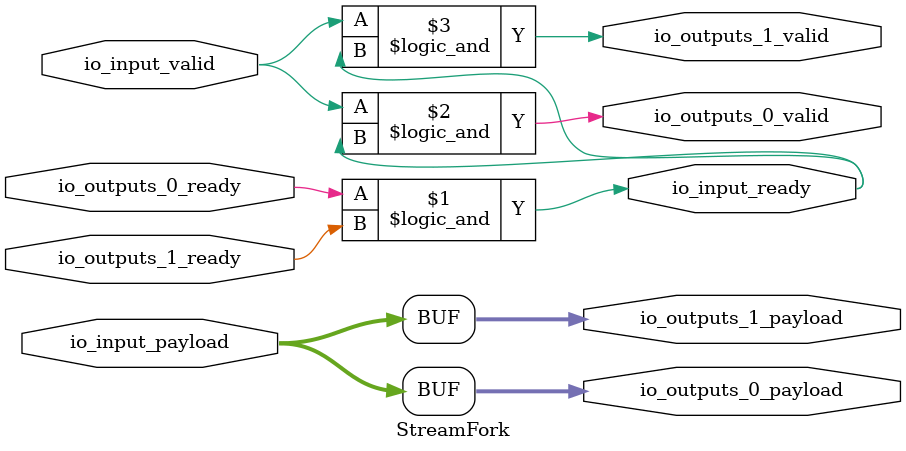
<source format=v>

`timescale 1ns/1ps

module StreamFork_2 (
);

  wire                inputStream_fork_io_outputs_0_ready;
  wire                inputStream_fork_io_outputs_1_ready;
  wire                inputStream_fork_io_input_ready;
  wire                inputStream_fork_io_outputs_0_valid;
  wire       [7:0]    inputStream_fork_io_outputs_0_payload;
  wire                inputStream_fork_io_outputs_1_valid;
  wire       [7:0]    inputStream_fork_io_outputs_1_payload;
  wire                inputStream_valid;
  wire                inputStream_ready;
  wire       [7:0]    inputStream_payload;

  StreamFork inputStream_fork (
    .io_input_valid       (inputStream_valid                         ), //i
    .io_input_ready       (inputStream_fork_io_input_ready           ), //o
    .io_input_payload     (inputStream_payload[7:0]                  ), //i
    .io_outputs_0_valid   (inputStream_fork_io_outputs_0_valid       ), //o
    .io_outputs_0_ready   (inputStream_fork_io_outputs_0_ready       ), //i
    .io_outputs_0_payload (inputStream_fork_io_outputs_0_payload[7:0]), //o
    .io_outputs_1_valid   (inputStream_fork_io_outputs_1_valid       ), //o
    .io_outputs_1_ready   (inputStream_fork_io_outputs_1_ready       ), //i
    .io_outputs_1_payload (inputStream_fork_io_outputs_1_payload[7:0])  //o
  );
  assign inputStream_ready = inputStream_fork_io_input_ready;

endmodule

module StreamFork (
  input               io_input_valid,
  output              io_input_ready,
  input      [7:0]    io_input_payload,
  output              io_outputs_0_valid,
  input               io_outputs_0_ready,
  output     [7:0]    io_outputs_0_payload,
  output              io_outputs_1_valid,
  input               io_outputs_1_ready,
  output     [7:0]    io_outputs_1_payload
);


  assign io_input_ready = (io_outputs_0_ready && io_outputs_1_ready);
  assign io_outputs_0_valid = (io_input_valid && io_input_ready);
  assign io_outputs_1_valid = (io_input_valid && io_input_ready);
  assign io_outputs_0_payload = io_input_payload;
  assign io_outputs_1_payload = io_input_payload;

endmodule

</source>
